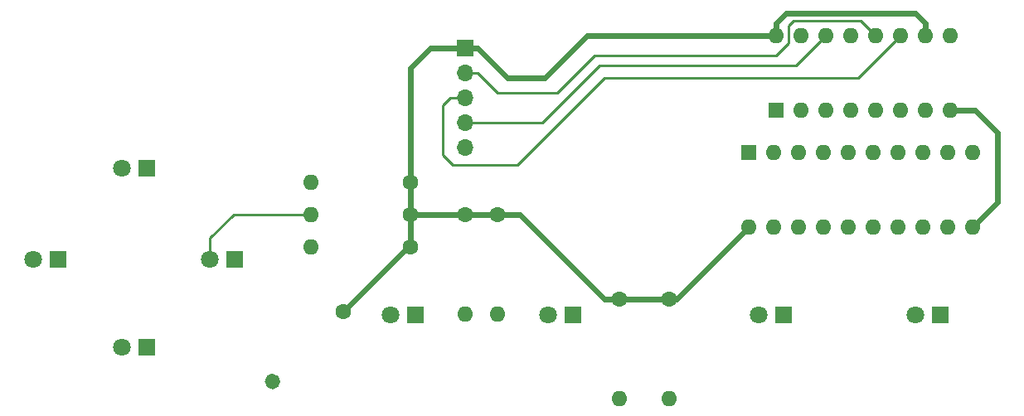
<source format=gtl>
%TF.GenerationSoftware,KiCad,Pcbnew,5.1.10-88a1d61d58~88~ubuntu20.04.1*%
%TF.CreationDate,2021-05-28T03:57:09-05:00*%
%TF.ProjectId,vizboard-nes,76697a62-6f61-4726-942d-6e65732e6b69,rev?*%
%TF.SameCoordinates,Original*%
%TF.FileFunction,Copper,L1,Top*%
%TF.FilePolarity,Positive*%
%FSLAX46Y46*%
G04 Gerber Fmt 4.6, Leading zero omitted, Abs format (unit mm)*
G04 Created by KiCad (PCBNEW 5.1.10-88a1d61d58~88~ubuntu20.04.1) date 2021-05-28 03:57:09*
%MOMM*%
%LPD*%
G01*
G04 APERTURE LIST*
%TA.AperFunction,ComponentPad*%
%ADD10O,1.600000X1.600000*%
%TD*%
%TA.AperFunction,ComponentPad*%
%ADD11R,1.600000X1.600000*%
%TD*%
%TA.AperFunction,ComponentPad*%
%ADD12C,1.600000*%
%TD*%
%TA.AperFunction,ComponentPad*%
%ADD13O,1.700000X1.700000*%
%TD*%
%TA.AperFunction,ComponentPad*%
%ADD14R,1.700000X1.700000*%
%TD*%
%TA.AperFunction,ComponentPad*%
%ADD15C,1.800000*%
%TD*%
%TA.AperFunction,ComponentPad*%
%ADD16R,1.800000X1.800000*%
%TD*%
%TA.AperFunction,Conductor*%
%ADD17C,0.250000*%
%TD*%
%TA.AperFunction,Conductor*%
%ADD18C,0.600000*%
%TD*%
G04 APERTURE END LIST*
D10*
%TO.P,U2,20*%
%TO.N,/5V*%
X153938000Y-86704000D03*
%TO.P,U2,10*%
%TO.N,Net-(U2-Pad10)*%
X176798000Y-79084000D03*
%TO.P,U2,19*%
%TO.N,/RIGHT*%
X156478000Y-86704000D03*
%TO.P,U2,9*%
%TO.N,Net-(U1-Pad7)*%
X174258000Y-79084000D03*
%TO.P,U2,18*%
%TO.N,/LEFT*%
X159018000Y-86704000D03*
%TO.P,U2,8*%
%TO.N,Net-(U1-Pad6)*%
X171718000Y-79084000D03*
%TO.P,U2,17*%
%TO.N,/DOWN*%
X161558000Y-86704000D03*
%TO.P,U2,7*%
%TO.N,Net-(U1-Pad5)*%
X169178000Y-79084000D03*
%TO.P,U2,16*%
%TO.N,/UP*%
X164098000Y-86704000D03*
%TO.P,U2,6*%
%TO.N,Net-(U1-Pad4)*%
X166638000Y-79084000D03*
%TO.P,U2,15*%
%TO.N,/STA*%
X166638000Y-86704000D03*
%TO.P,U2,5*%
%TO.N,Net-(U1-Pad3)*%
X164098000Y-79084000D03*
%TO.P,U2,14*%
%TO.N,/SEL*%
X169178000Y-86704000D03*
%TO.P,U2,4*%
%TO.N,Net-(U1-Pad2)*%
X161558000Y-79084000D03*
%TO.P,U2,13*%
%TO.N,/B*%
X171718000Y-86704000D03*
%TO.P,U2,3*%
%TO.N,Net-(U1-Pad1)*%
X159018000Y-79084000D03*
%TO.P,U2,12*%
%TO.N,/A*%
X174258000Y-86704000D03*
%TO.P,U2,2*%
%TO.N,Net-(U1-Pad15)*%
X156478000Y-79084000D03*
%TO.P,U2,11*%
%TO.N,/GND*%
X176798000Y-86704000D03*
D11*
%TO.P,U2,1*%
%TO.N,Net-(U2-Pad1)*%
X153938000Y-79084000D03*
%TD*%
D10*
%TO.P,U1,16*%
%TO.N,/5V*%
X156732000Y-67146000D03*
%TO.P,U1,8*%
%TO.N,/GND*%
X174512000Y-74766000D03*
%TO.P,U1,15*%
%TO.N,Net-(U1-Pad15)*%
X159272000Y-67146000D03*
%TO.P,U1,7*%
%TO.N,Net-(U1-Pad7)*%
X171972000Y-74766000D03*
%TO.P,U1,14*%
%TO.N,/SER*%
X161812000Y-67146000D03*
%TO.P,U1,6*%
%TO.N,Net-(U1-Pad6)*%
X169432000Y-74766000D03*
%TO.P,U1,13*%
%TO.N,/GND*%
X164352000Y-67146000D03*
%TO.P,U1,5*%
%TO.N,Net-(U1-Pad5)*%
X166892000Y-74766000D03*
%TO.P,U1,12*%
%TO.N,/STROBE*%
X166892000Y-67146000D03*
%TO.P,U1,4*%
%TO.N,Net-(U1-Pad4)*%
X164352000Y-74766000D03*
%TO.P,U1,11*%
%TO.N,/CLK*%
X169432000Y-67146000D03*
%TO.P,U1,3*%
%TO.N,Net-(U1-Pad3)*%
X161812000Y-74766000D03*
%TO.P,U1,10*%
%TO.N,/5V*%
X171972000Y-67146000D03*
%TO.P,U1,2*%
%TO.N,Net-(U1-Pad2)*%
X159272000Y-74766000D03*
%TO.P,U1,9*%
%TO.N,Net-(U1-Pad9)*%
X174512000Y-67146000D03*
D11*
%TO.P,U1,1*%
%TO.N,Net-(U1-Pad1)*%
X156732000Y-74766000D03*
%TD*%
D10*
%TO.P,R8,2*%
%TO.N,Net-(D8-Pad2)*%
X145810000Y-104230000D03*
D12*
%TO.P,R8,1*%
%TO.N,/5V*%
X145810000Y-94070000D03*
%TD*%
D10*
%TO.P,R7,2*%
%TO.N,Net-(D7-Pad2)*%
X140730000Y-104230000D03*
D12*
%TO.P,R7,1*%
%TO.N,/5V*%
X140730000Y-94070000D03*
%TD*%
D10*
%TO.P,R6,2*%
%TO.N,Net-(D6-Pad2)*%
X124982000Y-95594000D03*
D12*
%TO.P,R6,1*%
%TO.N,/5V*%
X124982000Y-85434000D03*
%TD*%
D10*
%TO.P,R5,2*%
%TO.N,Net-(D5-Pad2)*%
X128284000Y-95594000D03*
D12*
%TO.P,R5,1*%
%TO.N,/5V*%
X128284000Y-85434000D03*
%TD*%
D10*
%TO.P,R4,2*%
%TO.N,Net-(D4-Pad2)*%
X109234000Y-82132000D03*
D12*
%TO.P,R4,1*%
%TO.N,/5V*%
X119394000Y-82132000D03*
%TD*%
%TO.P,R3,2*%
%TO.N,Net-(D3-Pad2)*%
%TA.AperFunction,ComponentPad*%
G36*
G01*
X105917480Y-101958520D02*
X105917480Y-101958520D01*
G75*
G02*
X105917480Y-103089890I-565685J-565685D01*
G01*
X105917480Y-103089890D01*
G75*
G02*
X104786110Y-103089890I-565685J565685D01*
G01*
X104786110Y-103089890D01*
G75*
G02*
X104786110Y-101958520I565685J565685D01*
G01*
X104786110Y-101958520D01*
G75*
G02*
X105917480Y-101958520I565685J-565685D01*
G01*
G37*
%TD.AperFunction*%
%TO.P,R3,1*%
%TO.N,/5V*%
X112536000Y-95340000D03*
%TD*%
D10*
%TO.P,R2,2*%
%TO.N,Net-(D2-Pad2)*%
X109234000Y-88736000D03*
D12*
%TO.P,R2,1*%
%TO.N,/5V*%
X119394000Y-88736000D03*
%TD*%
D10*
%TO.P,R1,2*%
%TO.N,Net-(D1-Pad2)*%
X109234000Y-85434000D03*
D12*
%TO.P,R1,1*%
%TO.N,/5V*%
X119394000Y-85434000D03*
%TD*%
D13*
%TO.P,J1,5*%
%TO.N,/GND*%
X124982000Y-78576000D03*
%TO.P,J1,4*%
%TO.N,/SER*%
X124982000Y-76036000D03*
%TO.P,J1,3*%
%TO.N,/CLK*%
X124982000Y-73496000D03*
%TO.P,J1,2*%
%TO.N,/STROBE*%
X124982000Y-70956000D03*
D14*
%TO.P,J1,1*%
%TO.N,/5V*%
X124982000Y-68416000D03*
%TD*%
D15*
%TO.P,D8,2*%
%TO.N,Net-(D8-Pad2)*%
X170956000Y-95721000D03*
D16*
%TO.P,D8,1*%
%TO.N,/A*%
X173496000Y-95721000D03*
%TD*%
D15*
%TO.P,D7,2*%
%TO.N,Net-(D7-Pad2)*%
X154954000Y-95721000D03*
D16*
%TO.P,D7,1*%
%TO.N,/B*%
X157494000Y-95721000D03*
%TD*%
D15*
%TO.P,D6,2*%
%TO.N,Net-(D6-Pad2)*%
X117362000Y-95721000D03*
D16*
%TO.P,D6,1*%
%TO.N,/SEL*%
X119902000Y-95721000D03*
%TD*%
D15*
%TO.P,D5,2*%
%TO.N,Net-(D5-Pad2)*%
X133491000Y-95721000D03*
D16*
%TO.P,D5,1*%
%TO.N,/STA*%
X136031000Y-95721000D03*
%TD*%
D15*
%TO.P,D4,2*%
%TO.N,Net-(D4-Pad2)*%
X89930000Y-80735000D03*
D16*
%TO.P,D4,1*%
%TO.N,/UP*%
X92470000Y-80735000D03*
%TD*%
D15*
%TO.P,D3,2*%
%TO.N,Net-(D3-Pad2)*%
X89930000Y-99023000D03*
D16*
%TO.P,D3,1*%
%TO.N,/DOWN*%
X92470000Y-99023000D03*
%TD*%
D15*
%TO.P,D2,2*%
%TO.N,Net-(D2-Pad2)*%
X80913000Y-90006000D03*
D16*
%TO.P,D2,1*%
%TO.N,/LEFT*%
X83453000Y-90006000D03*
%TD*%
D15*
%TO.P,D1,2*%
%TO.N,Net-(D1-Pad2)*%
X98947000Y-90006000D03*
D16*
%TO.P,D1,1*%
%TO.N,/RIGHT*%
X101487000Y-90006000D03*
%TD*%
D17*
%TO.N,Net-(D1-Pad2)*%
X98947000Y-90006000D02*
X98947000Y-87847000D01*
X101360000Y-85434000D02*
X109234000Y-85434000D01*
X98947000Y-87847000D02*
X101360000Y-85434000D01*
D18*
%TO.N,/GND*%
X176798000Y-86704000D02*
X179338000Y-84164000D01*
X179338000Y-84164000D02*
X179338000Y-77052000D01*
X177052000Y-74766000D02*
X174512000Y-74766000D01*
X179338000Y-77052000D02*
X177052000Y-74766000D01*
D17*
%TO.N,/SER*%
X124982000Y-76036000D02*
X132856000Y-76036000D01*
X132856000Y-76036000D02*
X138698000Y-70194000D01*
X158764000Y-70194000D02*
X161812000Y-67146000D01*
X138698000Y-70194000D02*
X158764000Y-70194000D01*
%TO.N,/CLK*%
X139206000Y-71464000D02*
X165114000Y-71464000D01*
X123712000Y-80354000D02*
X130316000Y-80354000D01*
X130316000Y-80354000D02*
X139206000Y-71464000D01*
X122696000Y-79338000D02*
X123712000Y-80354000D01*
X122696000Y-74258000D02*
X122696000Y-79338000D01*
X123458000Y-73496000D02*
X122696000Y-74258000D01*
X165114000Y-71464000D02*
X169432000Y-67146000D01*
X124982000Y-73496000D02*
X123458000Y-73496000D01*
%TO.N,/STROBE*%
X124982000Y-70956000D02*
X126252000Y-70956000D01*
X126252000Y-70956000D02*
X128284000Y-72988000D01*
X128284000Y-72988000D02*
X134380000Y-72988000D01*
X134380000Y-72988000D02*
X138190000Y-69178000D01*
X138190000Y-69178000D02*
X156732000Y-69178000D01*
X156732000Y-69178000D02*
X158002000Y-67908000D01*
X158002000Y-67908000D02*
X158002000Y-66130000D01*
X158002000Y-66130000D02*
X158510000Y-65622000D01*
X165368000Y-65622000D02*
X166892000Y-67146000D01*
X158510000Y-65622000D02*
X165368000Y-65622000D01*
D18*
%TO.N,/5V*%
X119394000Y-82132000D02*
X119394000Y-85434000D01*
X119394000Y-85434000D02*
X119394000Y-88736000D01*
X119394000Y-85434000D02*
X124982000Y-85434000D01*
X124982000Y-85434000D02*
X128284000Y-85434000D01*
X119394000Y-82132000D02*
X119394000Y-70448000D01*
X121426000Y-68416000D02*
X124982000Y-68416000D01*
X119394000Y-70448000D02*
X121426000Y-68416000D01*
X146572000Y-94070000D02*
X145810000Y-94070000D01*
X153938000Y-86704000D02*
X146572000Y-94070000D01*
X156732000Y-67146000D02*
X138698000Y-67146000D01*
X124982000Y-68416000D02*
X126252000Y-68416000D01*
X126252000Y-68416000D02*
X129300000Y-71464000D01*
X129300000Y-71464000D02*
X133110000Y-71464000D01*
X137428000Y-67146000D02*
X138698000Y-67146000D01*
X133110000Y-71464000D02*
X137428000Y-67146000D01*
X171972000Y-65876000D02*
X171972000Y-67146000D01*
X170956000Y-64860000D02*
X171972000Y-65876000D01*
X157748000Y-64860000D02*
X170956000Y-64860000D01*
X156732000Y-65876000D02*
X157748000Y-64860000D01*
X156732000Y-67146000D02*
X156732000Y-65876000D01*
X119140000Y-88736000D02*
X119394000Y-88736000D01*
X112536000Y-95340000D02*
X119140000Y-88736000D01*
X145810000Y-94070000D02*
X140730000Y-94070000D01*
X140730000Y-94070000D02*
X139206000Y-94070000D01*
X130570000Y-85434000D02*
X128284000Y-85434000D01*
X139206000Y-94070000D02*
X130570000Y-85434000D01*
%TD*%
M02*

</source>
